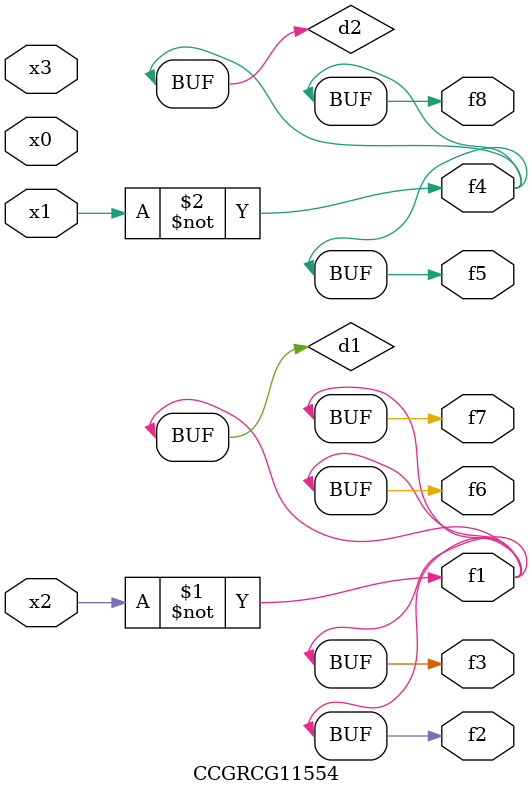
<source format=v>
module CCGRCG11554(
	input x0, x1, x2, x3,
	output f1, f2, f3, f4, f5, f6, f7, f8
);

	wire d1, d2;

	xnor (d1, x2);
	not (d2, x1);
	assign f1 = d1;
	assign f2 = d1;
	assign f3 = d1;
	assign f4 = d2;
	assign f5 = d2;
	assign f6 = d1;
	assign f7 = d1;
	assign f8 = d2;
endmodule

</source>
